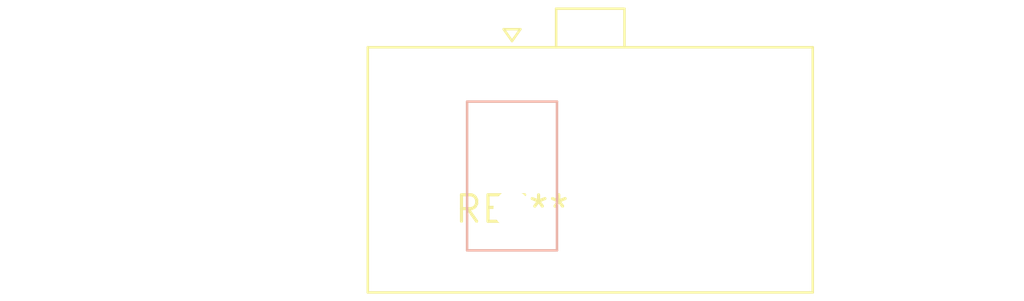
<source format=kicad_pcb>
(kicad_pcb (version 20240108) (generator pcbnew)
  (layers (0 "F.Cu" signal) (31 "B.Cu" signal) (34 "B.Paste" user) (35 "F.Paste" user) (36 "B.SilkS" user "B.Silkscreen") (37 "F.SilkS" user "F.Silkscreen") (38 "B.Mask" user) (39 "F.Mask" user) (44 "Edge.Cuts" user))
  (net 0 "")
  (footprint "Molex_Sabre_43160-2102_1x02_P7.49mm_Vertical" (layer "F.Cu") (at 0 0)
    (property "Reference" "REF**")
    (property "Value" "Molex_Sabre_43160-2102_1x02_P7.49mm_Vertical")
    (fp_line (start -2.15 -5.155) (end -2.15 1.975) (layer "B.SilkS") (stroke (width 0.12)))
    (fp_line (start -2.15 1.975) (end 2.15 1.975) (layer "B.SilkS") (stroke (width 0.12)))
    (fp_line (start 2.15 -5.155) (end -2.15 -5.155) (layer "B.SilkS") (stroke (width 0.12)))
    (fp_line (start 2.15 1.975) (end 2.15 -5.155) (layer "B.SilkS") (stroke (width 0.12)))
    (fp_line (start -6.9 -7.76) (end -6.9 3.99) (layer "F.SilkS") (stroke (width 0.12)))
    (fp_line (start -6.9 3.99) (end 14.39 3.99) (layer "F.SilkS") (stroke (width 0.12)))
    (fp_line (start -0.4 -8.625685) (end 0 -8.06) (layer "F.SilkS") (stroke (width 0.12)))
    (fp_line (start 0 -8.06) (end 0.4 -8.625685) (layer "F.SilkS") (stroke (width 0.12)))
    (fp_line (start 0.4 -8.625685) (end -0.4 -8.625685) (layer "F.SilkS") (stroke (width 0.12)))
    (fp_line (start 2.11 -9.61) (end 5.38 -9.61) (layer "F.SilkS") (stroke (width 0.12)))
    (fp_line (start 2.11 -7.76) (end 2.11 -9.61) (layer "F.SilkS") (stroke (width 0.12)))
    (fp_line (start 5.38 -9.61) (end 5.38 -7.76) (layer "F.SilkS") (stroke (width 0.12)))
    (fp_line (start 14.39 -7.76) (end -6.9 -7.76) (layer "F.SilkS") (stroke (width 0.12)))
    (fp_line (start 14.39 3.99) (end 14.39 -7.76) (layer "F.SilkS") (stroke (width 0.12)))
    (pad "" thru_hole circle (at -4.75 -3.43) (size 4 4) (drill 3) (layers *.Cu *.Mask) (remove_unused_layers))
    (pad "" thru_hole circle (at 12.24 -3.43) (size 4 4) (drill 3) (layers *.Cu *.Mask) (remove_unused_layers))
    (pad "1" thru_hole rect (at 0 -3.18) (size 3.78 3.43) (drill 1.78) (layers *.Cu *.Mask) (remove_unused_layers))
    (pad "1" thru_hole rect (at 0 0) (size 3.78 3.43) (drill 1.78) (layers *.Cu *.Mask) (remove_unused_layers))
    (pad "2" thru_hole rect (at 7.49 -3.18) (size 3.78 3.43) (drill 1.78) (layers *.Cu *.Mask) (remove_unused_layers))
    (pad "2" thru_hole rect (at 7.49 0) (size 3.78 3.43) (drill 1.78) (layers *.Cu *.Mask) (remove_unused_layers))
  )
)
</source>
